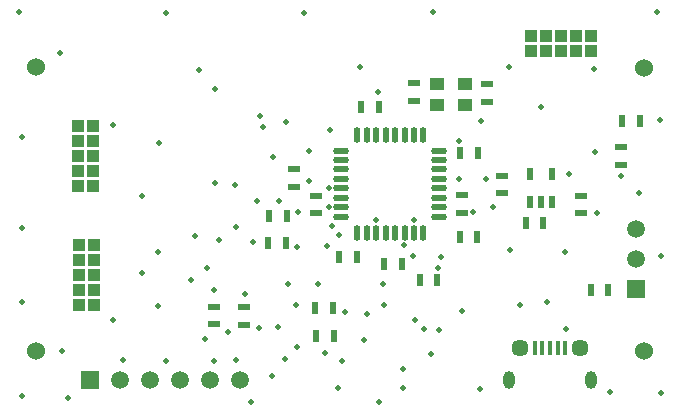
<source format=gts>
G04 Layer_Color=8388736*
%FSAX44Y44*%
%MOMM*%
G71*
G01*
G75*
%ADD10R,0.6000X1.0000*%
%ADD11R,1.0000X0.6000*%
%ADD12O,1.3500X0.5500*%
%ADD13O,0.5500X1.3500*%
%ADD14R,0.5500X1.1000*%
%ADD15R,1.2000X1.1000*%
%ADD16R,0.4000X1.3000*%
%ADD19R,1.0000X1.0000*%
%ADD20C,1.5240*%
%ADD21R,1.0000X1.0000*%
%ADD22C,1.4500*%
%ADD23O,1.0000X1.5000*%
%ADD24R,1.5000X1.5000*%
%ADD25C,1.5000*%
%ADD26R,1.5000X1.5000*%
%ADD27C,0.5000*%
D10*
X00767725Y00811323D02*
D03*
X00782725D02*
D03*
X00782043Y00835229D02*
D03*
X00767043D02*
D03*
X00825209Y00872145D02*
D03*
X00855246Y00859068D02*
D03*
X00870246D02*
D03*
X00840209Y00872145D02*
D03*
X00889198Y00894927D02*
D03*
X00904198D02*
D03*
X00945150Y00906540D02*
D03*
X00960150D02*
D03*
X01000082Y00850239D02*
D03*
X01015081D02*
D03*
X00904368Y00966340D02*
D03*
X00889368D02*
D03*
X00820730Y01005435D02*
D03*
X00805730D02*
D03*
X00727812Y00912930D02*
D03*
X00727336Y00889785D02*
D03*
X00742335D02*
D03*
X00742812Y00912930D02*
D03*
X00787068Y00878206D02*
D03*
X00802068D02*
D03*
X01026533Y00993665D02*
D03*
X01041533D02*
D03*
D11*
X00706920Y00820785D02*
D03*
Y00835785D02*
D03*
X00681306Y00836234D02*
D03*
Y00821234D02*
D03*
X00767596Y00915182D02*
D03*
Y00930182D02*
D03*
X00749207Y00952318D02*
D03*
Y00937318D02*
D03*
X00850418Y01010536D02*
D03*
Y01025536D02*
D03*
X00912397Y01009310D02*
D03*
Y01024310D02*
D03*
X00925040Y00947134D02*
D03*
Y00932135D02*
D03*
X00891427Y00930415D02*
D03*
Y00915415D02*
D03*
X00992268Y00915211D02*
D03*
Y00930211D02*
D03*
X01025959Y00956355D02*
D03*
Y00971355D02*
D03*
D12*
X00872075Y00912246D02*
D03*
Y00920246D02*
D03*
Y00928246D02*
D03*
Y00936246D02*
D03*
Y00944246D02*
D03*
Y00952246D02*
D03*
Y00960246D02*
D03*
Y00968246D02*
D03*
X00789074D02*
D03*
Y00960246D02*
D03*
Y00952246D02*
D03*
Y00944246D02*
D03*
Y00936246D02*
D03*
Y00928246D02*
D03*
Y00920246D02*
D03*
Y00912246D02*
D03*
D13*
X00842574Y00898746D02*
D03*
X00850574D02*
D03*
X00858574D02*
D03*
X00834574D02*
D03*
X00826574D02*
D03*
X00818574D02*
D03*
X00810574D02*
D03*
X00802574D02*
D03*
X00842574Y00981746D02*
D03*
X00850574D02*
D03*
X00858574D02*
D03*
X00834574D02*
D03*
X00826574D02*
D03*
X00818574D02*
D03*
X00810574D02*
D03*
X00802574D02*
D03*
D14*
X00948766Y00924840D02*
D03*
X00958266D02*
D03*
X00967766D02*
D03*
Y00948840D02*
D03*
X00948766D02*
D03*
D15*
X00893552Y01006475D02*
D03*
Y01024255D02*
D03*
X00869672Y01024284D02*
D03*
Y01006475D02*
D03*
D16*
X00952718Y00801143D02*
D03*
X00959218D02*
D03*
X00965718D02*
D03*
X00972218D02*
D03*
X00978718D02*
D03*
D19*
X00567236Y00837913D02*
D03*
X00579936D02*
D03*
Y00850612D02*
D03*
Y00863313D02*
D03*
X00567236D02*
D03*
Y00850612D02*
D03*
Y00876012D02*
D03*
Y00888712D02*
D03*
X00579936D02*
D03*
Y00876012D02*
D03*
X00578828Y00938048D02*
D03*
X00566128D02*
D03*
Y00950748D02*
D03*
X00578828D02*
D03*
Y00963448D02*
D03*
X00566128D02*
D03*
Y00976148D02*
D03*
X00578828D02*
D03*
Y00988848D02*
D03*
X00566128D02*
D03*
D20*
X00530178Y00798585D02*
D03*
X00530328Y01038753D02*
D03*
X01045179Y00798585D02*
D03*
Y01038585D02*
D03*
D21*
X01000699Y01052438D02*
D03*
Y01065138D02*
D03*
X00987999D02*
D03*
Y01052438D02*
D03*
X00975299D02*
D03*
Y01065138D02*
D03*
X00962599D02*
D03*
Y01052438D02*
D03*
X00949899D02*
D03*
Y01065138D02*
D03*
D22*
X00940719Y00801143D02*
D03*
X00990718D02*
D03*
D23*
X00930719Y00774143D02*
D03*
X01000718D02*
D03*
D24*
X01038691Y00851137D02*
D03*
D25*
X00703520Y00774079D02*
D03*
X00678120D02*
D03*
X00652719D02*
D03*
X00627319D02*
D03*
X00601920D02*
D03*
X01038691Y00876537D02*
D03*
Y00901937D02*
D03*
D26*
X00576520Y00774079D02*
D03*
D27*
X00712155Y00755473D02*
D03*
X00730000Y00777540D02*
D03*
X00741715Y00791639D02*
D03*
X00751795Y00801787D02*
D03*
X00785986Y00767120D02*
D03*
X00789432Y00789940D02*
D03*
X00808530Y00808053D02*
D03*
X00825353Y00837817D02*
D03*
X00851303Y00824536D02*
D03*
X00859240Y00817076D02*
D03*
X00865009Y00796350D02*
D03*
X00906131Y00766370D02*
D03*
X00939914Y00837749D02*
D03*
X00978941Y00817112D02*
D03*
X00963071Y00839929D02*
D03*
X00978055Y00882702D02*
D03*
X01040716Y00932558D02*
D03*
X01025868Y00946997D02*
D03*
X01003664Y00966885D02*
D03*
X00981869Y00948359D02*
D03*
X01005503Y00915122D02*
D03*
X01059514Y00878887D02*
D03*
X01016741Y00763918D02*
D03*
X01059514Y00762829D02*
D03*
X00931468Y00884336D02*
D03*
X00890875Y00832028D02*
D03*
X00871872Y00816703D02*
D03*
X00840882Y00783125D02*
D03*
X00841631Y00767528D02*
D03*
X00821131Y00755268D02*
D03*
X00775633Y00796952D02*
D03*
X00791911Y00831960D02*
D03*
X00811186Y00829780D02*
D03*
X00824740Y00855185D02*
D03*
X00850009Y00878683D02*
D03*
X00842518Y00888238D02*
D03*
X00873507Y00878547D02*
D03*
X00870924Y00868680D02*
D03*
X00850646Y00909320D02*
D03*
X00818574Y00909266D02*
D03*
X00888900Y00943796D02*
D03*
X00900410Y00916348D02*
D03*
X00917702Y00920242D02*
D03*
X00911580Y00944545D02*
D03*
X00888968Y00976421D02*
D03*
X00906949Y00993312D02*
D03*
X00931196Y01039081D02*
D03*
X00957895Y01004754D02*
D03*
X01003392Y01037447D02*
D03*
X01058697Y00994401D02*
D03*
X01056517Y01085396D02*
D03*
X00866628D02*
D03*
X00819700Y01018172D02*
D03*
X00804784Y01039354D02*
D03*
X00779311Y00985684D02*
D03*
X00742425Y00992146D02*
D03*
X00761535Y00967975D02*
D03*
X00761291Y00942903D02*
D03*
X00752067Y00916620D02*
D03*
X00781082Y00904224D02*
D03*
X00786819Y00896540D02*
D03*
X00776519Y00887537D02*
D03*
X00769656Y00854993D02*
D03*
X00751454Y00886788D02*
D03*
X00744220Y00855218D02*
D03*
X00750841Y00837341D02*
D03*
X00735585Y00819292D02*
D03*
X00719170Y00818406D02*
D03*
X00707199Y00846888D02*
D03*
X00692948Y00814864D02*
D03*
X00699759Y00791298D02*
D03*
X00681097Y00790481D02*
D03*
X00673469Y00808666D02*
D03*
X00640776Y00790345D02*
D03*
X00633897Y00836251D02*
D03*
X00595415Y00825217D02*
D03*
X00604269Y00790753D02*
D03*
X00552710Y00798722D02*
D03*
X00518315Y00760853D02*
D03*
X00557614Y00758606D02*
D03*
X00518723Y00840337D02*
D03*
X00518792Y00903066D02*
D03*
X00595892Y00990042D02*
D03*
X00634782Y00974513D02*
D03*
X00620139Y00929902D02*
D03*
X00633965Y00882497D02*
D03*
X00620343Y00864244D02*
D03*
X00661754Y00858523D02*
D03*
X00681658Y00850634D02*
D03*
X00675716Y00868875D02*
D03*
X00699827Y00903543D02*
D03*
X00714334Y00890602D02*
D03*
X00717944Y00925679D02*
D03*
X00735993Y00925338D02*
D03*
X00731498Y00962799D02*
D03*
X00722508Y00988135D02*
D03*
X00720124Y00997467D02*
D03*
X00681914Y01020556D02*
D03*
X00668292Y01036357D02*
D03*
X00640776Y01085124D02*
D03*
X00757380D02*
D03*
X00682187Y00941003D02*
D03*
X00698942Y00938756D02*
D03*
X00685728Y00892237D02*
D03*
X00664751Y00896324D02*
D03*
X00778510Y00920242D02*
D03*
Y00936244D02*
D03*
X00550939Y01051137D02*
D03*
X00516272Y01085396D02*
D03*
X00518519Y00979894D02*
D03*
M02*

</source>
